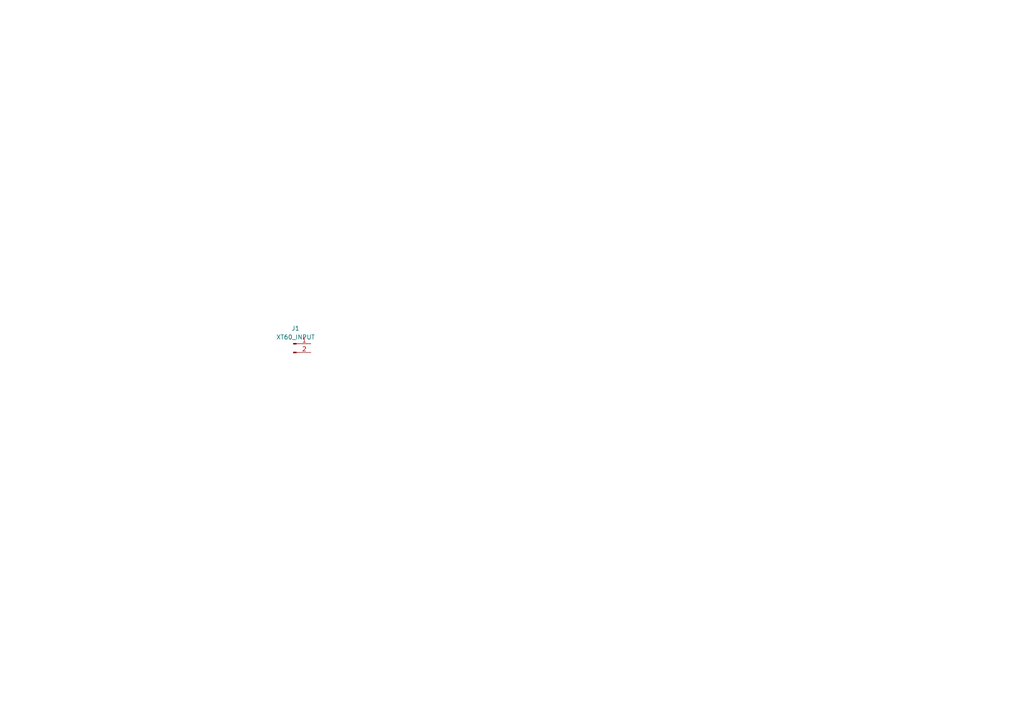
<source format=kicad_sch>
(kicad_sch (version 20230121) (generator eeschema)
  (paper "A4")
  (lib_symbols
    (symbol "Connector:Conn_01x02_Pin" (pin_names (offset 1.016) hide)
      (property "Reference" "J" (at 0 2.54 0))
      (property "Value" "Conn_01x02_Pin" (at 0 -5.08 0))
      (symbol "Conn_01x02_Pin_1_1"
        (polyline (pts (xy 1.27 -2.54) (xy 0.8636 -2.54)) (stroke (width 0.1524)))
        (polyline (pts (xy 1.27 0) (xy 0.8636 0)) (stroke (width 0.1524)))
        (rectangle (start 0.8636 -2.413) (end 0 -2.667) (stroke (width 0.1524)) (fill (type outline)))
        (rectangle (start 0.8636 0.127) (end 0 -0.127) (stroke (width 0.1524)) (fill (type outline)))
        (pin passive line (at 5.08 0 180) (length 3.81) (name "Pin_1") (number "1"))
        (pin passive line (at 5.08 -2.54 180) (length 3.81) (name "Pin_2") (number "2"))
      )
    )
  )
  (symbol (lib_id "Connector:Conn_01x02_Pin") (at 85.09 99.695 0) (unit 1)
    (property "Reference" "J1" (at 85.725 95.25 0))
    (property "Value" "XT60_INPUT" (at 85.725 97.79 0))
    (property "Footprint" "Connector_AMASS:AMASS_XT60PW-F_1x02_P7.20mm_Horizontal" (effects hide))
  )
)
</source>
